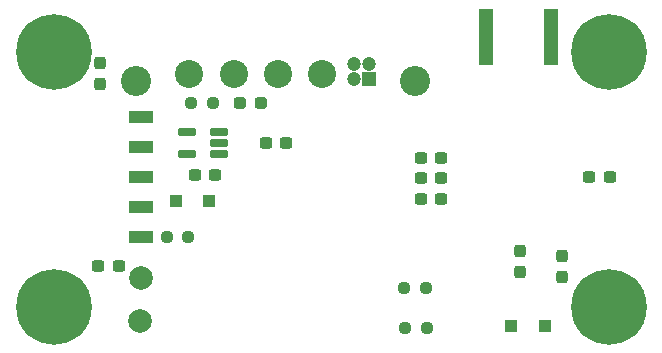
<source format=gbs>
G04 #@! TF.GenerationSoftware,KiCad,Pcbnew,9.0.6*
G04 #@! TF.CreationDate,2026-01-16T18:23:39-05:00*
G04 #@! TF.ProjectId,gps_2,6770735f-322e-46b6-9963-61645f706362,AA*
G04 #@! TF.SameCoordinates,Original*
G04 #@! TF.FileFunction,Soldermask,Bot*
G04 #@! TF.FilePolarity,Negative*
%FSLAX46Y46*%
G04 Gerber Fmt 4.6, Leading zero omitted, Abs format (unit mm)*
G04 Created by KiCad (PCBNEW 9.0.6) date 2026-01-16 18:23:39*
%MOMM*%
%LPD*%
G01*
G04 APERTURE LIST*
G04 Aperture macros list*
%AMRoundRect*
0 Rectangle with rounded corners*
0 $1 Rounding radius*
0 $2 $3 $4 $5 $6 $7 $8 $9 X,Y pos of 4 corners*
0 Add a 4 corners polygon primitive as box body*
4,1,4,$2,$3,$4,$5,$6,$7,$8,$9,$2,$3,0*
0 Add four circle primitives for the rounded corners*
1,1,$1+$1,$2,$3*
1,1,$1+$1,$4,$5*
1,1,$1+$1,$6,$7*
1,1,$1+$1,$8,$9*
0 Add four rect primitives between the rounded corners*
20,1,$1+$1,$2,$3,$4,$5,0*
20,1,$1+$1,$4,$5,$6,$7,0*
20,1,$1+$1,$6,$7,$8,$9,0*
20,1,$1+$1,$8,$9,$2,$3,0*%
G04 Aperture macros list end*
%ADD10C,2.000000*%
%ADD11C,6.400000*%
%ADD12R,1.000000X1.000000*%
%ADD13RoundRect,0.102000X0.500000X2.280000X-0.500000X2.280000X-0.500000X-2.280000X0.500000X-2.280000X0*%
%ADD14C,2.550000*%
%ADD15RoundRect,0.102000X0.500000X0.500000X-0.500000X0.500000X-0.500000X-0.500000X0.500000X-0.500000X0*%
%ADD16C,1.204000*%
%ADD17C,2.379000*%
%ADD18RoundRect,0.237500X0.300000X0.237500X-0.300000X0.237500X-0.300000X-0.237500X0.300000X-0.237500X0*%
%ADD19RoundRect,0.237500X0.287500X0.237500X-0.287500X0.237500X-0.287500X-0.237500X0.287500X-0.237500X0*%
%ADD20R,2.000000X1.000000*%
%ADD21RoundRect,0.237500X0.237500X-0.300000X0.237500X0.300000X-0.237500X0.300000X-0.237500X-0.300000X0*%
%ADD22RoundRect,0.250000X-0.300000X-0.300000X0.300000X-0.300000X0.300000X0.300000X-0.300000X0.300000X0*%
%ADD23RoundRect,0.237500X0.250000X0.237500X-0.250000X0.237500X-0.250000X-0.237500X0.250000X-0.237500X0*%
%ADD24RoundRect,0.237500X-0.237500X0.300000X-0.237500X-0.300000X0.237500X-0.300000X0.237500X0.300000X0*%
%ADD25RoundRect,0.162500X0.617500X0.162500X-0.617500X0.162500X-0.617500X-0.162500X0.617500X-0.162500X0*%
%ADD26RoundRect,0.237500X-0.300000X-0.237500X0.300000X-0.237500X0.300000X0.237500X-0.300000X0.237500X0*%
%ADD27RoundRect,0.237500X-0.250000X-0.237500X0.250000X-0.237500X0.250000X0.237500X-0.250000X0.237500X0*%
G04 APERTURE END LIST*
D10*
G04 #@! TO.C,TP3*
X141160000Y-126390000D03*
G04 #@! TD*
D11*
G04 #@! TO.C,H2*
X180808877Y-103632000D03*
G04 #@! TD*
D12*
G04 #@! TO.C,TP2*
X172520000Y-126850000D03*
G04 #@! TD*
D11*
G04 #@! TO.C,H1*
X133818877Y-103632000D03*
G04 #@! TD*
D12*
G04 #@! TO.C,TP1*
X175420000Y-126820000D03*
G04 #@! TD*
D13*
G04 #@! TO.C,J3*
X175947200Y-102362000D03*
X170407200Y-102362000D03*
G04 #@! TD*
D14*
G04 #@! TO.C,J2*
X164410000Y-106140000D03*
X140760000Y-106140000D03*
D15*
X160510000Y-105940000D03*
D16*
X159260000Y-105940000D03*
X160510000Y-104690000D03*
X159260000Y-104690000D03*
D17*
X156560000Y-105520000D03*
X152810000Y-105520000D03*
X149060000Y-105520000D03*
X145310000Y-105520000D03*
G04 #@! TD*
D11*
G04 #@! TO.C,H4*
X133818877Y-125222000D03*
G04 #@! TD*
G04 #@! TO.C,H3*
X180808877Y-125222000D03*
G04 #@! TD*
D10*
G04 #@! TO.C,TP4*
X141250000Y-122750000D03*
G04 #@! TD*
D18*
G04 #@! TO.C,C8*
X166612500Y-112590000D03*
X164887500Y-112590000D03*
G04 #@! TD*
G04 #@! TO.C,C13*
X180895000Y-114230000D03*
X179170000Y-114230000D03*
G04 #@! TD*
D19*
G04 #@! TO.C,F1*
X151375000Y-107925000D03*
X149625000Y-107925000D03*
G04 #@! TD*
D20*
G04 #@! TO.C,J1*
X141250000Y-109150000D03*
X141250000Y-111690000D03*
X141250000Y-114230000D03*
X141250000Y-116770000D03*
X141250000Y-119310000D03*
G04 #@! TD*
D21*
G04 #@! TO.C,C4*
X137725000Y-106325000D03*
X137725000Y-104600000D03*
G04 #@! TD*
D22*
G04 #@! TO.C,D4*
X144175000Y-116300000D03*
X146975000Y-116300000D03*
G04 #@! TD*
D23*
G04 #@! TO.C,R4*
X145212500Y-119325000D03*
X143387500Y-119325000D03*
G04 #@! TD*
D24*
G04 #@! TO.C,C10*
X176850000Y-120937500D03*
X176850000Y-122662500D03*
G04 #@! TD*
D23*
G04 #@! TO.C,R7*
X165412500Y-127000000D03*
X163587500Y-127000000D03*
G04 #@! TD*
D25*
G04 #@! TO.C,U5*
X147800000Y-110400000D03*
X147800000Y-111350000D03*
X147800000Y-112300000D03*
X145100000Y-112300000D03*
X145100000Y-110400000D03*
G04 #@! TD*
D26*
G04 #@! TO.C,C3*
X137617200Y-121767600D03*
X139342200Y-121767600D03*
G04 #@! TD*
D18*
G04 #@! TO.C,C7*
X166612500Y-116090000D03*
X164887500Y-116090000D03*
G04 #@! TD*
G04 #@! TO.C,C1*
X166612500Y-114290000D03*
X164887500Y-114290000D03*
G04 #@! TD*
D24*
G04 #@! TO.C,C9*
X173285000Y-120517500D03*
X173285000Y-122242500D03*
G04 #@! TD*
D26*
G04 #@! TO.C,C6*
X145787500Y-114100000D03*
X147512500Y-114100000D03*
G04 #@! TD*
D18*
G04 #@! TO.C,C2*
X153492200Y-111353600D03*
X151767200Y-111353600D03*
G04 #@! TD*
D27*
G04 #@! TO.C,R9*
X145477500Y-107990000D03*
X147302500Y-107990000D03*
G04 #@! TD*
D23*
G04 #@! TO.C,R8*
X165352500Y-123620000D03*
X163527500Y-123620000D03*
G04 #@! TD*
M02*

</source>
